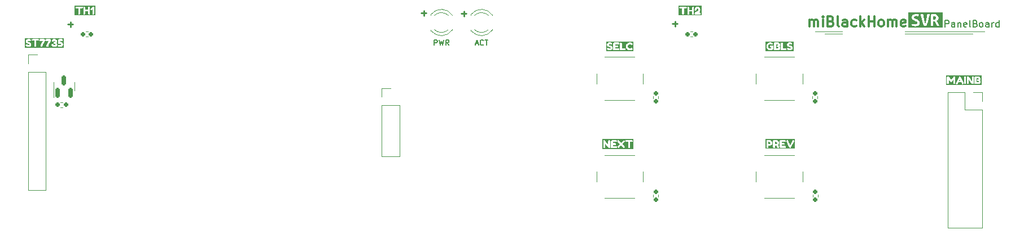
<source format=gto>
G04 #@! TF.GenerationSoftware,KiCad,Pcbnew,(5.99.0-10527-gaaffd0c137)*
G04 #@! TF.CreationDate,2021-08-05T16:46:22-04:00*
G04 #@! TF.ProjectId,miBlackSVR_Top,6d69426c-6163-46b5-9356-525f546f702e,rev?*
G04 #@! TF.SameCoordinates,Original*
G04 #@! TF.FileFunction,Legend,Top*
G04 #@! TF.FilePolarity,Positive*
%FSLAX46Y46*%
G04 Gerber Fmt 4.6, Leading zero omitted, Abs format (unit mm)*
G04 Created by KiCad (PCBNEW (5.99.0-10527-gaaffd0c137)) date 2021-08-05 16:46:22*
%MOMM*%
%LPD*%
G01*
G04 APERTURE LIST*
G04 Aperture macros list*
%AMRoundRect*
0 Rectangle with rounded corners*
0 $1 Rounding radius*
0 $2 $3 $4 $5 $6 $7 $8 $9 X,Y pos of 4 corners*
0 Add a 4 corners polygon primitive as box body*
4,1,4,$2,$3,$4,$5,$6,$7,$8,$9,$2,$3,0*
0 Add four circle primitives for the rounded corners*
1,1,$1+$1,$2,$3*
1,1,$1+$1,$4,$5*
1,1,$1+$1,$6,$7*
1,1,$1+$1,$8,$9*
0 Add four rect primitives between the rounded corners*
20,1,$1+$1,$2,$3,$4,$5,0*
20,1,$1+$1,$4,$5,$6,$7,0*
20,1,$1+$1,$6,$7,$8,$9,0*
20,1,$1+$1,$8,$9,$2,$3,0*%
G04 Aperture macros list end*
%ADD10C,0.120000*%
%ADD11C,0.300000*%
%ADD12C,0.250000*%
%ADD13C,0.200000*%
%ADD14C,0.160000*%
%ADD15RoundRect,0.160000X0.160000X-0.197500X0.160000X0.197500X-0.160000X0.197500X-0.160000X-0.197500X0*%
%ADD16RoundRect,0.160000X0.197500X0.160000X-0.197500X0.160000X-0.197500X-0.160000X0.197500X-0.160000X0*%
%ADD17C,2.000000*%
%ADD18C,4.203200*%
%ADD19R,1.800000X1.800000*%
%ADD20C,1.800000*%
%ADD21R,1.700000X1.700000*%
%ADD22O,1.700000X1.700000*%
%ADD23RoundRect,0.150000X0.150000X-0.587500X0.150000X0.587500X-0.150000X0.587500X-0.150000X-0.587500X0*%
%ADD24RoundRect,0.160000X-0.197500X-0.160000X0.197500X-0.160000X0.197500X0.160000X-0.197500X0.160000X0*%
%ADD25R,1.050000X1.500000*%
%ADD26O,1.050000X1.500000*%
G04 APERTURE END LIST*
D10*
X258530000Y-69220000D02*
X270490000Y-69220000D01*
X249160000Y-69220000D02*
X245120000Y-69220000D01*
X258530000Y-69630000D02*
X268750000Y-69630000D01*
X249160000Y-69630000D02*
X246580000Y-69630000D01*
D11*
X244261428Y-68498571D02*
X244261428Y-67498571D01*
X244261428Y-67641428D02*
X244332857Y-67570000D01*
X244475714Y-67498571D01*
X244690000Y-67498571D01*
X244832857Y-67570000D01*
X244904285Y-67712857D01*
X244904285Y-68498571D01*
X244904285Y-67712857D02*
X244975714Y-67570000D01*
X245118571Y-67498571D01*
X245332857Y-67498571D01*
X245475714Y-67570000D01*
X245547142Y-67712857D01*
X245547142Y-68498571D01*
X246261428Y-68498571D02*
X246261428Y-67498571D01*
X246261428Y-66998571D02*
X246190000Y-67070000D01*
X246261428Y-67141428D01*
X246332857Y-67070000D01*
X246261428Y-66998571D01*
X246261428Y-67141428D01*
X247475714Y-67712857D02*
X247690000Y-67784285D01*
X247761428Y-67855714D01*
X247832857Y-67998571D01*
X247832857Y-68212857D01*
X247761428Y-68355714D01*
X247690000Y-68427142D01*
X247547142Y-68498571D01*
X246975714Y-68498571D01*
X246975714Y-66998571D01*
X247475714Y-66998571D01*
X247618571Y-67070000D01*
X247690000Y-67141428D01*
X247761428Y-67284285D01*
X247761428Y-67427142D01*
X247690000Y-67570000D01*
X247618571Y-67641428D01*
X247475714Y-67712857D01*
X246975714Y-67712857D01*
X248690000Y-68498571D02*
X248547142Y-68427142D01*
X248475714Y-68284285D01*
X248475714Y-66998571D01*
X249904285Y-68498571D02*
X249904285Y-67712857D01*
X249832857Y-67570000D01*
X249690000Y-67498571D01*
X249404285Y-67498571D01*
X249261428Y-67570000D01*
X249904285Y-68427142D02*
X249761428Y-68498571D01*
X249404285Y-68498571D01*
X249261428Y-68427142D01*
X249190000Y-68284285D01*
X249190000Y-68141428D01*
X249261428Y-67998571D01*
X249404285Y-67927142D01*
X249761428Y-67927142D01*
X249904285Y-67855714D01*
X251261428Y-68427142D02*
X251118571Y-68498571D01*
X250832857Y-68498571D01*
X250690000Y-68427142D01*
X250618571Y-68355714D01*
X250547142Y-68212857D01*
X250547142Y-67784285D01*
X250618571Y-67641428D01*
X250690000Y-67570000D01*
X250832857Y-67498571D01*
X251118571Y-67498571D01*
X251261428Y-67570000D01*
X251904285Y-68498571D02*
X251904285Y-66998571D01*
X252047142Y-67927142D02*
X252475714Y-68498571D01*
X252475714Y-67498571D02*
X251904285Y-68070000D01*
X253118571Y-68498571D02*
X253118571Y-66998571D01*
X253118571Y-67712857D02*
X253975714Y-67712857D01*
X253975714Y-68498571D02*
X253975714Y-66998571D01*
X254904285Y-68498571D02*
X254761428Y-68427142D01*
X254690000Y-68355714D01*
X254618571Y-68212857D01*
X254618571Y-67784285D01*
X254690000Y-67641428D01*
X254761428Y-67570000D01*
X254904285Y-67498571D01*
X255118571Y-67498571D01*
X255261428Y-67570000D01*
X255332857Y-67641428D01*
X255404285Y-67784285D01*
X255404285Y-68212857D01*
X255332857Y-68355714D01*
X255261428Y-68427142D01*
X255118571Y-68498571D01*
X254904285Y-68498571D01*
X256047142Y-68498571D02*
X256047142Y-67498571D01*
X256047142Y-67641428D02*
X256118571Y-67570000D01*
X256261428Y-67498571D01*
X256475714Y-67498571D01*
X256618571Y-67570000D01*
X256690000Y-67712857D01*
X256690000Y-68498571D01*
X256690000Y-67712857D02*
X256761428Y-67570000D01*
X256904285Y-67498571D01*
X257118571Y-67498571D01*
X257261428Y-67570000D01*
X257332857Y-67712857D01*
X257332857Y-68498571D01*
X258618571Y-68427142D02*
X258475714Y-68498571D01*
X258190000Y-68498571D01*
X258047142Y-68427142D01*
X257975714Y-68284285D01*
X257975714Y-67712857D01*
X258047142Y-67570000D01*
X258190000Y-67498571D01*
X258475714Y-67498571D01*
X258618571Y-67570000D01*
X258690000Y-67712857D01*
X258690000Y-67855714D01*
X257975714Y-67998571D01*
D12*
X224480952Y-68071428D02*
X223719047Y-68071428D01*
X224100000Y-68452380D02*
X224100000Y-67690476D01*
X186780952Y-66471428D02*
X186019047Y-66471428D01*
X186400000Y-66852380D02*
X186400000Y-66090476D01*
X192780952Y-66571428D02*
X192019047Y-66571428D01*
X192400000Y-66952380D02*
X192400000Y-66190476D01*
D13*
X264616190Y-68572380D02*
X264616190Y-67572380D01*
X264997142Y-67572380D01*
X265092380Y-67620000D01*
X265140000Y-67667619D01*
X265187619Y-67762857D01*
X265187619Y-67905714D01*
X265140000Y-68000952D01*
X265092380Y-68048571D01*
X264997142Y-68096190D01*
X264616190Y-68096190D01*
X266044761Y-68572380D02*
X266044761Y-68048571D01*
X265997142Y-67953333D01*
X265901904Y-67905714D01*
X265711428Y-67905714D01*
X265616190Y-67953333D01*
X266044761Y-68524761D02*
X265949523Y-68572380D01*
X265711428Y-68572380D01*
X265616190Y-68524761D01*
X265568571Y-68429523D01*
X265568571Y-68334285D01*
X265616190Y-68239047D01*
X265711428Y-68191428D01*
X265949523Y-68191428D01*
X266044761Y-68143809D01*
X266520952Y-67905714D02*
X266520952Y-68572380D01*
X266520952Y-68000952D02*
X266568571Y-67953333D01*
X266663809Y-67905714D01*
X266806666Y-67905714D01*
X266901904Y-67953333D01*
X266949523Y-68048571D01*
X266949523Y-68572380D01*
X267806666Y-68524761D02*
X267711428Y-68572380D01*
X267520952Y-68572380D01*
X267425714Y-68524761D01*
X267378095Y-68429523D01*
X267378095Y-68048571D01*
X267425714Y-67953333D01*
X267520952Y-67905714D01*
X267711428Y-67905714D01*
X267806666Y-67953333D01*
X267854285Y-68048571D01*
X267854285Y-68143809D01*
X267378095Y-68239047D01*
X268425714Y-68572380D02*
X268330476Y-68524761D01*
X268282857Y-68429523D01*
X268282857Y-67572380D01*
X269140000Y-68048571D02*
X269282857Y-68096190D01*
X269330476Y-68143809D01*
X269378095Y-68239047D01*
X269378095Y-68381904D01*
X269330476Y-68477142D01*
X269282857Y-68524761D01*
X269187619Y-68572380D01*
X268806666Y-68572380D01*
X268806666Y-67572380D01*
X269140000Y-67572380D01*
X269235238Y-67620000D01*
X269282857Y-67667619D01*
X269330476Y-67762857D01*
X269330476Y-67858095D01*
X269282857Y-67953333D01*
X269235238Y-68000952D01*
X269140000Y-68048571D01*
X268806666Y-68048571D01*
X269949523Y-68572380D02*
X269854285Y-68524761D01*
X269806666Y-68477142D01*
X269759047Y-68381904D01*
X269759047Y-68096190D01*
X269806666Y-68000952D01*
X269854285Y-67953333D01*
X269949523Y-67905714D01*
X270092380Y-67905714D01*
X270187619Y-67953333D01*
X270235238Y-68000952D01*
X270282857Y-68096190D01*
X270282857Y-68381904D01*
X270235238Y-68477142D01*
X270187619Y-68524761D01*
X270092380Y-68572380D01*
X269949523Y-68572380D01*
X271140000Y-68572380D02*
X271140000Y-68048571D01*
X271092380Y-67953333D01*
X270997142Y-67905714D01*
X270806666Y-67905714D01*
X270711428Y-67953333D01*
X271140000Y-68524761D02*
X271044761Y-68572380D01*
X270806666Y-68572380D01*
X270711428Y-68524761D01*
X270663809Y-68429523D01*
X270663809Y-68334285D01*
X270711428Y-68239047D01*
X270806666Y-68191428D01*
X271044761Y-68191428D01*
X271140000Y-68143809D01*
X271616190Y-68572380D02*
X271616190Y-67905714D01*
X271616190Y-68096190D02*
X271663809Y-68000952D01*
X271711428Y-67953333D01*
X271806666Y-67905714D01*
X271901904Y-67905714D01*
X272663809Y-68572380D02*
X272663809Y-67572380D01*
X272663809Y-68524761D02*
X272568571Y-68572380D01*
X272378095Y-68572380D01*
X272282857Y-68524761D01*
X272235238Y-68477142D01*
X272187619Y-68381904D01*
X272187619Y-68096190D01*
X272235238Y-68000952D01*
X272282857Y-67953333D01*
X272378095Y-67905714D01*
X272568571Y-67905714D01*
X272663809Y-67953333D01*
D12*
X133780952Y-68161428D02*
X133019047Y-68161428D01*
X133400000Y-68542380D02*
X133400000Y-67780476D01*
D14*
X187983333Y-71291904D02*
X187983333Y-70491904D01*
X188288095Y-70491904D01*
X188364285Y-70530000D01*
X188402380Y-70568095D01*
X188440476Y-70644285D01*
X188440476Y-70758571D01*
X188402380Y-70834761D01*
X188364285Y-70872857D01*
X188288095Y-70910952D01*
X187983333Y-70910952D01*
X188707142Y-70491904D02*
X188897619Y-71291904D01*
X189050000Y-70720476D01*
X189202380Y-71291904D01*
X189392857Y-70491904D01*
X190154761Y-71291904D02*
X189888095Y-70910952D01*
X189697619Y-71291904D02*
X189697619Y-70491904D01*
X190002380Y-70491904D01*
X190078571Y-70530000D01*
X190116666Y-70568095D01*
X190154761Y-70644285D01*
X190154761Y-70758571D01*
X190116666Y-70834761D01*
X190078571Y-70872857D01*
X190002380Y-70910952D01*
X189697619Y-70910952D01*
X194167261Y-71063333D02*
X194548214Y-71063333D01*
X194091071Y-71291904D02*
X194357738Y-70491904D01*
X194624404Y-71291904D01*
X195348214Y-71215714D02*
X195310119Y-71253809D01*
X195195833Y-71291904D01*
X195119642Y-71291904D01*
X195005357Y-71253809D01*
X194929166Y-71177619D01*
X194891071Y-71101428D01*
X194852976Y-70949047D01*
X194852976Y-70834761D01*
X194891071Y-70682380D01*
X194929166Y-70606190D01*
X195005357Y-70530000D01*
X195119642Y-70491904D01*
X195195833Y-70491904D01*
X195310119Y-70530000D01*
X195348214Y-70568095D01*
X195576785Y-70491904D02*
X196033928Y-70491904D01*
X195805357Y-71291904D02*
X195805357Y-70491904D01*
D10*
X220810000Y-79327621D02*
X220810000Y-78992379D01*
X221570000Y-79327621D02*
X221570000Y-78992379D01*
G36*
X213196764Y-85442871D02*
G01*
X217866660Y-85442871D01*
X217866660Y-86917129D01*
X213196764Y-86917129D01*
X213196764Y-85741850D01*
X213329056Y-85741850D01*
X213329056Y-86627675D01*
X213331437Y-86683238D01*
X213346518Y-86726100D01*
X213387793Y-86758247D01*
X213467168Y-86768963D01*
X213548924Y-86758247D01*
X213590993Y-86726100D01*
X213606074Y-86684825D01*
X213608456Y-86629263D01*
X213608456Y-86106975D01*
X213652818Y-86164831D01*
X213710761Y-86241031D01*
X213782287Y-86335575D01*
X213867395Y-86448464D01*
X213966084Y-86579697D01*
X214078356Y-86729275D01*
X214118043Y-86759438D01*
X214203768Y-86768963D01*
X214285524Y-86758247D01*
X214327593Y-86726100D01*
X214342674Y-86684825D01*
X214345056Y-86629263D01*
X214345056Y-85748200D01*
X214344682Y-85745025D01*
X214472056Y-85745025D01*
X214472056Y-86627675D01*
X214481581Y-86708638D01*
X214523649Y-86753881D01*
X214611756Y-86768963D01*
X215240406Y-86768963D01*
X215322956Y-86759438D01*
X215367009Y-86717369D01*
X215381164Y-86632438D01*
X215445193Y-86632438D01*
X215507899Y-86728481D01*
X215611087Y-86784838D01*
X215708718Y-86721338D01*
X216010343Y-86375263D01*
X216311968Y-86721338D01*
X216409600Y-86784838D01*
X216512787Y-86729275D01*
X216573906Y-86632438D01*
X216519931Y-86530838D01*
X216200843Y-86180000D01*
X216519931Y-85829162D01*
X216573906Y-85729150D01*
X216566916Y-85718037D01*
X216621531Y-85718037D01*
X216629468Y-85784712D01*
X216661218Y-85822019D01*
X216735831Y-85833925D01*
X217040631Y-85833925D01*
X217040631Y-86630850D01*
X217043012Y-86685619D01*
X217057300Y-86726894D01*
X217098575Y-86759438D01*
X217177156Y-86768963D01*
X217256531Y-86759438D01*
X217298600Y-86726894D01*
X217312887Y-86686413D01*
X217315268Y-86632438D01*
X217315268Y-85833925D01*
X217618481Y-85833925D01*
X217699443Y-85819637D01*
X217726431Y-85785506D01*
X217734368Y-85719625D01*
X217726431Y-85652950D01*
X217694681Y-85615644D01*
X217620068Y-85603737D01*
X216737418Y-85603737D01*
X216656456Y-85618025D01*
X216629468Y-85652156D01*
X216621531Y-85718037D01*
X216566916Y-85718037D01*
X216511993Y-85630725D01*
X216409600Y-85575162D01*
X216311968Y-85638662D01*
X216010343Y-85984737D01*
X215708718Y-85638662D01*
X215611087Y-85575162D01*
X215507106Y-85631519D01*
X215445193Y-85729150D01*
X215500756Y-85829162D01*
X215819843Y-86180000D01*
X215500756Y-86530838D01*
X215445193Y-86632438D01*
X215381164Y-86632438D01*
X215381693Y-86629263D01*
X215370978Y-86547506D01*
X215338831Y-86505438D01*
X215296762Y-86490356D01*
X215241993Y-86487975D01*
X214753043Y-86487975D01*
X214753043Y-86327638D01*
X215064193Y-86327638D01*
X215146743Y-86318113D01*
X215191987Y-86276044D01*
X215207068Y-86187938D01*
X215196353Y-86106181D01*
X215164206Y-86064112D01*
X215122137Y-86049031D01*
X215067368Y-86046650D01*
X214753043Y-86046650D01*
X214753043Y-85886312D01*
X215240406Y-85886312D01*
X215322956Y-85876787D01*
X215367009Y-85834719D01*
X215381693Y-85746612D01*
X215370978Y-85664856D01*
X215338831Y-85622787D01*
X215296762Y-85607706D01*
X215241993Y-85605325D01*
X214616518Y-85605325D01*
X214502218Y-85634694D01*
X214472056Y-85745025D01*
X214344682Y-85745025D01*
X214335531Y-85667237D01*
X214315687Y-85633900D01*
X214274412Y-85614850D01*
X214201387Y-85606912D01*
X214125981Y-85616437D01*
X214080737Y-85653744D01*
X214065656Y-85741850D01*
X214065656Y-86278425D01*
X214021911Y-86221143D01*
X213965820Y-86146662D01*
X213897381Y-86054984D01*
X213816595Y-85946108D01*
X213723461Y-85820034D01*
X213617981Y-85676762D01*
X213581468Y-85635487D01*
X213542574Y-85615644D01*
X213467168Y-85606912D01*
X213389381Y-85616437D01*
X213344137Y-85653744D01*
X213329056Y-85741850D01*
X213196764Y-85741850D01*
X213196764Y-85442871D01*
G37*
X136017621Y-70040000D02*
X135682379Y-70040000D01*
X136017621Y-69280000D02*
X135682379Y-69280000D01*
X242000000Y-87850000D02*
X237500000Y-87850000D01*
X243250000Y-91850000D02*
X243250000Y-90350000D01*
X236250000Y-90350000D02*
X236250000Y-91850000D01*
X237500000Y-94350000D02*
X242000000Y-94350000D01*
G36*
X134023246Y-65375571D02*
G01*
X137116754Y-65375571D01*
X137116754Y-66808555D01*
X134023246Y-66808555D01*
X134023246Y-65622163D01*
X134155537Y-65622163D01*
X134163475Y-65688838D01*
X134195225Y-65726144D01*
X134269837Y-65738050D01*
X134574637Y-65738050D01*
X134574637Y-66534976D01*
X134577019Y-66589744D01*
X134591306Y-66631019D01*
X134632581Y-66663563D01*
X134711162Y-66673088D01*
X134790537Y-66663563D01*
X134832606Y-66631019D01*
X134846894Y-66590538D01*
X134849275Y-66536563D01*
X134849275Y-65738050D01*
X135152487Y-65738050D01*
X135233450Y-65723763D01*
X135260437Y-65689632D01*
X135265315Y-65649150D01*
X135355687Y-65649150D01*
X135355687Y-66530213D01*
X135365212Y-66612763D01*
X135407281Y-66656816D01*
X135495387Y-66671501D01*
X135577144Y-66660785D01*
X135619213Y-66628638D01*
X135634294Y-66586569D01*
X135636675Y-66531801D01*
X135636675Y-66207951D01*
X136057363Y-66207951D01*
X136057363Y-66530213D01*
X136066888Y-66612763D01*
X136108956Y-66656816D01*
X136197063Y-66671501D01*
X136278819Y-66660785D01*
X136320888Y-66628638D01*
X136335969Y-66586569D01*
X136338350Y-66531801D01*
X136338350Y-65880925D01*
X136425663Y-65880925D01*
X136475669Y-65979350D01*
X136571713Y-66034913D01*
X136682838Y-65985700D01*
X136703475Y-65966650D01*
X136703475Y-66533388D01*
X136705856Y-66591332D01*
X136720938Y-66634988D01*
X136763403Y-66665944D01*
X136843175Y-66676263D01*
X136924931Y-66665547D01*
X136967000Y-66633401D01*
X136982081Y-66591332D01*
X136984463Y-66536563D01*
X136984463Y-65652325D01*
X136976525Y-65568188D01*
X136954300Y-65534057D01*
X136913025Y-65515800D01*
X136837619Y-65507863D01*
X136747925Y-65549138D01*
X136743163Y-65552313D01*
X136482813Y-65787263D01*
X136425663Y-65880925D01*
X136338350Y-65880925D01*
X136338350Y-65650738D01*
X136330413Y-65568188D01*
X136308188Y-65536438D01*
X136266913Y-65517388D01*
X136193888Y-65509450D01*
X136117688Y-65518975D01*
X136074825Y-65552313D01*
X136059744Y-65594382D01*
X136057363Y-65649150D01*
X136057363Y-65974588D01*
X135636675Y-65974588D01*
X135636675Y-65650738D01*
X135628738Y-65568188D01*
X135585478Y-65524135D01*
X135496975Y-65509450D01*
X135415219Y-65520166D01*
X135373150Y-65552313D01*
X135358069Y-65594382D01*
X135355687Y-65649150D01*
X135265315Y-65649150D01*
X135268375Y-65623750D01*
X135260437Y-65557075D01*
X135228687Y-65519769D01*
X135154075Y-65507863D01*
X134271425Y-65507863D01*
X134190462Y-65522150D01*
X134163475Y-65556282D01*
X134155537Y-65622163D01*
X134023246Y-65622163D01*
X134023246Y-65375571D01*
G37*
X187485000Y-66664000D02*
X187485000Y-66820000D01*
X187485000Y-68980000D02*
X187485000Y-69136000D01*
X190717335Y-66821392D02*
G75*
G03*
X187485000Y-66664484I-1672335J-1078608D01*
G01*
X190086130Y-68979837D02*
G75*
G02*
X188004039Y-68980000I-1041130J1079837D01*
G01*
X190086130Y-66820163D02*
G75*
G03*
X188004039Y-66820000I-1041130J-1079837D01*
G01*
X190717335Y-68978608D02*
G75*
G02*
X187485000Y-69135516I-1672335J1078608D01*
G01*
X180120000Y-79110000D02*
X180120000Y-77780000D01*
X182780000Y-80380000D02*
X182780000Y-88060000D01*
X180120000Y-88060000D02*
X182780000Y-88060000D01*
X180120000Y-77780000D02*
X181450000Y-77780000D01*
X180120000Y-80380000D02*
X180120000Y-88060000D01*
X180120000Y-80380000D02*
X182780000Y-80380000D01*
G36*
X228056935Y-66824429D02*
G01*
X224603065Y-66824429D01*
X224603065Y-65638037D01*
X224735356Y-65638037D01*
X224743294Y-65704712D01*
X224775044Y-65742019D01*
X224849656Y-65753925D01*
X225154456Y-65753925D01*
X225154456Y-66550850D01*
X225156837Y-66605619D01*
X225171125Y-66646894D01*
X225212400Y-66679438D01*
X225290981Y-66688963D01*
X225370356Y-66679438D01*
X225412425Y-66646894D01*
X225426712Y-66606413D01*
X225429094Y-66552438D01*
X225429094Y-65753925D01*
X225732306Y-65753925D01*
X225813269Y-65739637D01*
X225840256Y-65705506D01*
X225845134Y-65665025D01*
X225935506Y-65665025D01*
X225935506Y-66546088D01*
X225945031Y-66628638D01*
X225987100Y-66672691D01*
X226075206Y-66687375D01*
X226156962Y-66676659D01*
X226199031Y-66644513D01*
X226214112Y-66602444D01*
X226216494Y-66547675D01*
X226216494Y-66223825D01*
X226637181Y-66223825D01*
X226637181Y-66546088D01*
X226646706Y-66628638D01*
X226688775Y-66672691D01*
X226776881Y-66687375D01*
X226858638Y-66676659D01*
X226900706Y-66644513D01*
X226915788Y-66602444D01*
X226918169Y-66547675D01*
X226918169Y-65934900D01*
X227021356Y-65934900D01*
X227029294Y-66015862D01*
X227072553Y-66061106D01*
X227161056Y-66076187D01*
X227242019Y-66066662D01*
X227284881Y-66038087D01*
X227299963Y-65998400D01*
X227302344Y-65946012D01*
X227302344Y-65936487D01*
X227308694Y-65899975D01*
X227350763Y-65826156D01*
X227438869Y-65788850D01*
X227518244Y-65803137D01*
X227560313Y-65834094D01*
X227584919Y-65876956D01*
X227596031Y-65917437D01*
X227581148Y-65986891D01*
X227536500Y-66052375D01*
X227470817Y-66112502D01*
X227392831Y-66165881D01*
X227308694Y-66216284D01*
X227224556Y-66267481D01*
X227146570Y-66324234D01*
X227080888Y-66391306D01*
X227036239Y-66466911D01*
X227021356Y-66549263D01*
X227062631Y-66649275D01*
X227161056Y-66692138D01*
X227781769Y-66692138D01*
X227880194Y-66673088D01*
X227914325Y-66631813D01*
X227924644Y-66551644D01*
X227915119Y-66470681D01*
X227877813Y-66424644D01*
X227784944Y-66409563D01*
X227494431Y-66409563D01*
X227494431Y-66401625D01*
X227534119Y-66385750D01*
X227632544Y-66332172D01*
X227743669Y-66244463D01*
X227795263Y-66187313D01*
X227838919Y-66114288D01*
X227868684Y-66030944D01*
X227878606Y-65942837D01*
X227865377Y-65833741D01*
X227825690Y-65732935D01*
X227759544Y-65640419D01*
X227672143Y-65566776D01*
X227568691Y-65522591D01*
X227449188Y-65507862D01*
X227329772Y-65522415D01*
X227226585Y-65566071D01*
X227139625Y-65638831D01*
X227073920Y-65729936D01*
X227034497Y-65828626D01*
X227021356Y-65934900D01*
X226918169Y-65934900D01*
X226918169Y-65666612D01*
X226910231Y-65584062D01*
X226888006Y-65552312D01*
X226846731Y-65533262D01*
X226773706Y-65525325D01*
X226697506Y-65534850D01*
X226654644Y-65568187D01*
X226639563Y-65610256D01*
X226637181Y-65665025D01*
X226637181Y-65990462D01*
X226216494Y-65990462D01*
X226216494Y-65666612D01*
X226208556Y-65584062D01*
X226165297Y-65540009D01*
X226076794Y-65525325D01*
X225995037Y-65536041D01*
X225952969Y-65568187D01*
X225937887Y-65610256D01*
X225935506Y-65665025D01*
X225845134Y-65665025D01*
X225848194Y-65639625D01*
X225840256Y-65572950D01*
X225808506Y-65535644D01*
X225733894Y-65523737D01*
X224851244Y-65523737D01*
X224770281Y-65538025D01*
X224743294Y-65572156D01*
X224735356Y-65638037D01*
X224603065Y-65638037D01*
X224603065Y-65375571D01*
X228056935Y-65375571D01*
X228056935Y-66824429D01*
G37*
X134010000Y-77520000D02*
X134010000Y-78170000D01*
X134010000Y-77520000D02*
X134010000Y-76870000D01*
X130890000Y-77520000D02*
X130890000Y-76870000D01*
X130890000Y-77520000D02*
X130890000Y-79195000D01*
X219300000Y-77100000D02*
X219300000Y-75600000D01*
X212300000Y-75600000D02*
X212300000Y-77100000D01*
X218050000Y-73100000D02*
X213550000Y-73100000D01*
X213550000Y-79600000D02*
X218050000Y-79600000D01*
G36*
X266895969Y-76672075D02*
G01*
X266684831Y-76672075D01*
X266789606Y-76454587D01*
X266895969Y-76672075D01*
G37*
G36*
X269593925Y-76286312D02*
G01*
X269620119Y-76341875D01*
X269615356Y-76399025D01*
X269539156Y-76432362D01*
X269441525Y-76454587D01*
X269412156Y-76545869D01*
X269440731Y-76637150D01*
X269526456Y-76659375D01*
X269615356Y-76672075D01*
X269644725Y-76703825D01*
X269653456Y-76764150D01*
X269628453Y-76845113D01*
X269553444Y-76872100D01*
X269293094Y-76872100D01*
X269293094Y-76270437D01*
X269515344Y-76270437D01*
X269593925Y-76286312D01*
G37*
G36*
X264733265Y-75857158D02*
G01*
X270066735Y-75857158D01*
X270066735Y-77302842D01*
X264733265Y-77302842D01*
X264733265Y-76130737D01*
X264865556Y-76130737D01*
X264865556Y-77011800D01*
X264867937Y-77068950D01*
X264883019Y-77110225D01*
X264925087Y-77142372D01*
X265003669Y-77153088D01*
X265084631Y-77142372D01*
X265127494Y-77110225D01*
X265142575Y-77069744D01*
X265144956Y-77014975D01*
X265144956Y-76479987D01*
X265174325Y-76519477D01*
X265246556Y-76618894D01*
X265324741Y-76725852D01*
X265371969Y-76787963D01*
X265384669Y-76805425D01*
X265426737Y-76837969D01*
X265491825Y-76854638D01*
X265558500Y-76836381D01*
X265597394Y-76807806D01*
X265625969Y-76770500D01*
X265660497Y-76723470D01*
X265722806Y-76636356D01*
X265789878Y-76543686D01*
X265838694Y-76479987D01*
X265838694Y-77011800D01*
X265846631Y-77094350D01*
X265868856Y-77126100D01*
X265910131Y-77145150D01*
X265983156Y-77153088D01*
X266059356Y-77143563D01*
X266104600Y-77101891D01*
X266115274Y-77040375D01*
X266206994Y-77040375D01*
X266230012Y-77094350D01*
X266299069Y-77141975D01*
X266384000Y-77168963D01*
X266434800Y-77153881D01*
X266463375Y-77124513D01*
X266487981Y-77078475D01*
X266570531Y-76907025D01*
X267010269Y-76907025D01*
X267092819Y-77078475D01*
X267117425Y-77126100D01*
X267146000Y-77156263D01*
X267196800Y-77170550D01*
X267281731Y-77143563D01*
X267350787Y-77094747D01*
X267373806Y-77040375D01*
X267346819Y-76959413D01*
X266945847Y-76130737D01*
X267461119Y-76130737D01*
X267461119Y-77013388D01*
X267470644Y-77094350D01*
X267512713Y-77139594D01*
X267600819Y-77154675D01*
X267682575Y-77143959D01*
X267724644Y-77111813D01*
X267739725Y-77070538D01*
X267742106Y-77014975D01*
X267742106Y-76132325D01*
X267741648Y-76127562D01*
X267869106Y-76127562D01*
X267869106Y-77013388D01*
X267871488Y-77068950D01*
X267886569Y-77111813D01*
X267927844Y-77143959D01*
X268007219Y-77154675D01*
X268088975Y-77143959D01*
X268131044Y-77111813D01*
X268146125Y-77070538D01*
X268148506Y-77014975D01*
X268148506Y-76492687D01*
X268192868Y-76550543D01*
X268250812Y-76626743D01*
X268322338Y-76721288D01*
X268407445Y-76834176D01*
X268506135Y-76965410D01*
X268618406Y-77114988D01*
X268658094Y-77145150D01*
X268743819Y-77154675D01*
X268825575Y-77143959D01*
X268867644Y-77111813D01*
X268882725Y-77070538D01*
X268885106Y-77014975D01*
X268885106Y-76133912D01*
X268884546Y-76129150D01*
X269012106Y-76129150D01*
X269012106Y-77010213D01*
X269021631Y-77092763D01*
X269063700Y-77138006D01*
X269151806Y-77153088D01*
X269569319Y-77153088D01*
X269664833Y-77141181D01*
X269750294Y-77105463D01*
X269825700Y-77045931D01*
X269884702Y-76968761D01*
X269920950Y-76880126D01*
X269934444Y-76780025D01*
X269924037Y-76690949D01*
X269892816Y-76607869D01*
X269840781Y-76530787D01*
X269886025Y-76439109D01*
X269901106Y-76338700D01*
X269889641Y-76246978D01*
X269855245Y-76164428D01*
X269797919Y-76091050D01*
X269727010Y-76034606D01*
X269645519Y-76000739D01*
X269553444Y-75989450D01*
X269153394Y-75989450D01*
X269071638Y-76000166D01*
X269029569Y-76032312D01*
X269014488Y-76073587D01*
X269012106Y-76129150D01*
X268884546Y-76129150D01*
X268875581Y-76052950D01*
X268855738Y-76019612D01*
X268814463Y-76000562D01*
X268741438Y-75992625D01*
X268666031Y-76002150D01*
X268620788Y-76039456D01*
X268605706Y-76127562D01*
X268605706Y-76664138D01*
X268561962Y-76606855D01*
X268505870Y-76532375D01*
X268437431Y-76440697D01*
X268356645Y-76331821D01*
X268263512Y-76205747D01*
X268158031Y-76062475D01*
X268121519Y-76021200D01*
X268082625Y-76001356D01*
X268007219Y-75992625D01*
X267929431Y-76002150D01*
X267884188Y-76039456D01*
X267869106Y-76127562D01*
X267741648Y-76127562D01*
X267734169Y-76049775D01*
X267690909Y-76005722D01*
X267602406Y-75991037D01*
X267520650Y-76001753D01*
X267478581Y-76033900D01*
X267463500Y-76075969D01*
X267461119Y-76130737D01*
X266945847Y-76130737D01*
X266918194Y-76073587D01*
X266865806Y-76011675D01*
X266791194Y-75991037D01*
X266715787Y-76013262D01*
X266662606Y-76072000D01*
X266233981Y-76959413D01*
X266206994Y-77040375D01*
X266115274Y-77040375D01*
X266119681Y-77014975D01*
X266119681Y-76133912D01*
X266117300Y-76078350D01*
X266102219Y-76035487D01*
X266060348Y-76003341D01*
X265979187Y-75992625D01*
X265896836Y-76003341D01*
X265851394Y-76035487D01*
X265808023Y-76090923D01*
X265750302Y-76165789D01*
X265678229Y-76260087D01*
X265591806Y-76373815D01*
X265491031Y-76506975D01*
X265130669Y-76033900D01*
X265121144Y-76024375D01*
X265080662Y-76002944D01*
X265006844Y-75992625D01*
X264925881Y-76002944D01*
X264883019Y-76033900D01*
X264867937Y-76075969D01*
X264865556Y-76130737D01*
X264733265Y-76130737D01*
X264733265Y-75857158D01*
G37*
X244700000Y-79357621D02*
X244700000Y-79022379D01*
X245460000Y-79357621D02*
X245460000Y-79022379D01*
X226717621Y-70040000D02*
X226382379Y-70040000D01*
X226717621Y-69280000D02*
X226382379Y-69280000D01*
X127070000Y-93145000D02*
X129730000Y-93145000D01*
X129730000Y-75305000D02*
X129730000Y-93145000D01*
X127070000Y-75305000D02*
X129730000Y-75305000D01*
X127070000Y-75305000D02*
X127070000Y-93145000D01*
X127070000Y-72705000D02*
X128400000Y-72705000D01*
X127070000Y-74035000D02*
X127070000Y-72705000D01*
X213550000Y-94350000D02*
X218050000Y-94350000D01*
X212300000Y-90350000D02*
X212300000Y-91850000D01*
X219300000Y-91850000D02*
X219300000Y-90350000D01*
X218050000Y-87850000D02*
X213550000Y-87850000D01*
X236250000Y-75600000D02*
X236250000Y-77100000D01*
X242000000Y-73100000D02*
X237500000Y-73100000D01*
X243250000Y-77100000D02*
X243250000Y-75600000D01*
X237500000Y-79600000D02*
X242000000Y-79600000D01*
X131942379Y-79880000D02*
X132277621Y-79880000D01*
X131942379Y-80640000D02*
X132277621Y-80640000D01*
G36*
X239361062Y-85901393D02*
G01*
X239407099Y-86006962D01*
X239361062Y-86111737D01*
X239268987Y-86146662D01*
X239065787Y-86146662D01*
X239065787Y-85865675D01*
X239265812Y-85865675D01*
X239361062Y-85901393D01*
G37*
G36*
X237649208Y-85442871D02*
G01*
X242087328Y-85442871D01*
X242087328Y-86890141D01*
X237649208Y-86890141D01*
X237649208Y-85724387D01*
X237781499Y-85724387D01*
X237781499Y-86605450D01*
X237791024Y-86688000D01*
X237833093Y-86732053D01*
X237921199Y-86746737D01*
X238002955Y-86736022D01*
X238045024Y-86703875D01*
X238060105Y-86661806D01*
X238062487Y-86607037D01*
X238062487Y-86427650D01*
X238260924Y-86427650D01*
X238354058Y-86416361D01*
X238445074Y-86382494D01*
X238533974Y-86326050D01*
X238593109Y-86268304D01*
X238640337Y-86193494D01*
X238671293Y-86105189D01*
X238681612Y-86006962D01*
X238671293Y-85908537D01*
X238640337Y-85819637D01*
X238593109Y-85744231D01*
X238572857Y-85724387D01*
X238784799Y-85724387D01*
X238784799Y-86605450D01*
X238794324Y-86688000D01*
X238836393Y-86732053D01*
X238924499Y-86746737D01*
X239006255Y-86736022D01*
X239048324Y-86703875D01*
X239063405Y-86661806D01*
X239065787Y-86607037D01*
X239065787Y-86427650D01*
X239265812Y-86427650D01*
X239315024Y-86424475D01*
X239376760Y-86570701D01*
X239418035Y-86666480D01*
X239438849Y-86711812D01*
X239468218Y-86742769D01*
X239519018Y-86757850D01*
X239600774Y-86735625D01*
X239674593Y-86689587D01*
X239699199Y-86634025D01*
X239675387Y-86551475D01*
X239630937Y-86450404D01*
X239594953Y-86367325D01*
X239567437Y-86302237D01*
X239633583Y-86217923D01*
X239673270Y-86119498D01*
X239686499Y-86006962D01*
X239676180Y-85908537D01*
X239645224Y-85819637D01*
X239598393Y-85744231D01*
X239578549Y-85724387D01*
X239786512Y-85724387D01*
X239786512Y-86607037D01*
X239796037Y-86688000D01*
X239838105Y-86733244D01*
X239926212Y-86748325D01*
X240554862Y-86748325D01*
X240637412Y-86738800D01*
X240681465Y-86696731D01*
X240696149Y-86608625D01*
X240685434Y-86526869D01*
X240653287Y-86484800D01*
X240611218Y-86469719D01*
X240556449Y-86467337D01*
X240067499Y-86467337D01*
X240067499Y-86307000D01*
X240378649Y-86307000D01*
X240461199Y-86297475D01*
X240506443Y-86255406D01*
X240521524Y-86167300D01*
X240510809Y-86085543D01*
X240478662Y-86043475D01*
X240436593Y-86028393D01*
X240381824Y-86026012D01*
X240067499Y-86026012D01*
X240067499Y-85865675D01*
X240554862Y-85865675D01*
X240637412Y-85856150D01*
X240681465Y-85814081D01*
X240696149Y-85725975D01*
X240693236Y-85703750D01*
X240759649Y-85703750D01*
X240783462Y-85779950D01*
X241221612Y-86668950D01*
X241274793Y-86725306D01*
X241350199Y-86746737D01*
X241366074Y-86746737D01*
X241439893Y-86725306D01*
X241493074Y-86668950D01*
X241931224Y-85779950D01*
X241955037Y-85703750D01*
X241931621Y-85650568D01*
X241861374Y-85602150D01*
X241767712Y-85575162D01*
X241697862Y-85618025D01*
X241675637Y-85665650D01*
X241358137Y-86360975D01*
X241340873Y-86324264D01*
X241301781Y-86239531D01*
X241250187Y-86127414D01*
X241195418Y-86008550D01*
X241140848Y-85889686D01*
X241089849Y-85777568D01*
X241049963Y-85690256D01*
X241028731Y-85645806D01*
X241002537Y-85603737D01*
X240975549Y-85581512D01*
X240933481Y-85575162D01*
X240853312Y-85602150D01*
X240783065Y-85650568D01*
X240759649Y-85703750D01*
X240693236Y-85703750D01*
X240685434Y-85644218D01*
X240653287Y-85602150D01*
X240611218Y-85587068D01*
X240556449Y-85584687D01*
X239930974Y-85584687D01*
X239816674Y-85614056D01*
X239786512Y-85724387D01*
X239578549Y-85724387D01*
X239540449Y-85686287D01*
X239451726Y-85629843D01*
X239361238Y-85595976D01*
X239268987Y-85584687D01*
X238926087Y-85584687D01*
X238844330Y-85595403D01*
X238802262Y-85627550D01*
X238787180Y-85669618D01*
X238784799Y-85724387D01*
X238572857Y-85724387D01*
X238533974Y-85686287D01*
X238445251Y-85629843D01*
X238354763Y-85595976D01*
X238262512Y-85584687D01*
X237922787Y-85584687D01*
X237841030Y-85595403D01*
X237798962Y-85627550D01*
X237783880Y-85669618D01*
X237781499Y-85724387D01*
X237649208Y-85724387D01*
X237649208Y-85442871D01*
G37*
G36*
X238356174Y-85901393D02*
G01*
X238402212Y-86006962D01*
X238356174Y-86111737D01*
X238262512Y-86146662D01*
X238062487Y-86146662D01*
X238062487Y-85865675D01*
X238260924Y-85865675D01*
X238356174Y-85901393D01*
G37*
X245490000Y-94137621D02*
X245490000Y-93802379D01*
X244730000Y-94137621D02*
X244730000Y-93802379D01*
X221570000Y-94137621D02*
X221570000Y-93802379D01*
X220810000Y-94137621D02*
X220810000Y-93802379D01*
G36*
X126560533Y-70235252D02*
G01*
X132419467Y-70235252D01*
X132419467Y-71704748D01*
X126560533Y-71704748D01*
X126560533Y-71295438D01*
X126692825Y-71295438D01*
X126734100Y-71386719D01*
X126748387Y-71404181D01*
X126794425Y-71452600D01*
X126865862Y-71502606D01*
X126973812Y-71547850D01*
X127042472Y-71561542D01*
X127115100Y-71566106D01*
X127210526Y-71556758D01*
X127302072Y-71528712D01*
X127389737Y-71481969D01*
X127450062Y-71430177D01*
X127497687Y-71360525D01*
X127528644Y-71275792D01*
X127538962Y-71178756D01*
X127528842Y-71083705D01*
X127498481Y-71004925D01*
X127453039Y-70944798D01*
X127397675Y-70905706D01*
X127334572Y-70879314D01*
X127265912Y-70857287D01*
X127197253Y-70840023D01*
X127134150Y-70827919D01*
X127033344Y-70791406D01*
X126992862Y-70720762D01*
X127026994Y-70652500D01*
X127112719Y-70627894D01*
X127197650Y-70648531D01*
X127222256Y-70669169D01*
X127240512Y-70685044D01*
X127323062Y-70716794D01*
X127379419Y-70696950D01*
X127434187Y-70637419D01*
X127472287Y-70550106D01*
X127440148Y-70499306D01*
X127602462Y-70499306D01*
X127610400Y-70565981D01*
X127642150Y-70603287D01*
X127716762Y-70615194D01*
X128021562Y-70615194D01*
X128021562Y-71412119D01*
X128023944Y-71466888D01*
X128038231Y-71508163D01*
X128079506Y-71540706D01*
X128158087Y-71550231D01*
X128237462Y-71540706D01*
X128279531Y-71508163D01*
X128293819Y-71467681D01*
X128296200Y-71413706D01*
X128296200Y-70615194D01*
X128599412Y-70615194D01*
X128680375Y-70600906D01*
X128707362Y-70566775D01*
X128712048Y-70527881D01*
X128762925Y-70527881D01*
X128772450Y-70607256D01*
X128810550Y-70653294D01*
X128902625Y-70669169D01*
X129264575Y-70669169D01*
X129229650Y-70741400D01*
X129191153Y-70798153D01*
X129145512Y-70865225D01*
X129096300Y-70940830D01*
X129047087Y-71023181D01*
X129001447Y-71114661D01*
X128962950Y-71217650D01*
X128936756Y-71325005D01*
X128928025Y-71429581D01*
X128930406Y-71482763D01*
X128945487Y-71518481D01*
X128987556Y-71543881D01*
X129067725Y-71550231D01*
X129147894Y-71543881D01*
X129189962Y-71519275D01*
X129205837Y-71484350D01*
X129209012Y-71432756D01*
X129217744Y-71358144D01*
X129243937Y-71272419D01*
X129287594Y-71175581D01*
X129348712Y-71067631D01*
X129407252Y-70974366D01*
X129465394Y-70881894D01*
X129519170Y-70789223D01*
X129564613Y-70695362D01*
X129595569Y-70608645D01*
X129605888Y-70537406D01*
X129604867Y-70527881D01*
X129653513Y-70527881D01*
X129663038Y-70607256D01*
X129701138Y-70653294D01*
X129793213Y-70669169D01*
X130155163Y-70669169D01*
X130120238Y-70741400D01*
X130081741Y-70798153D01*
X130036100Y-70865225D01*
X129986888Y-70940830D01*
X129937675Y-71023181D01*
X129892034Y-71114661D01*
X129853538Y-71217650D01*
X129827344Y-71325005D01*
X129818613Y-71429581D01*
X129820994Y-71482763D01*
X129836075Y-71518481D01*
X129878144Y-71543881D01*
X129958313Y-71550231D01*
X130038481Y-71543881D01*
X130080550Y-71519275D01*
X130096425Y-71484350D01*
X130099600Y-71432756D01*
X130108331Y-71358144D01*
X130134525Y-71272419D01*
X130165299Y-71204156D01*
X130559975Y-71204156D01*
X130577438Y-71289881D01*
X130580613Y-71305756D01*
X130598075Y-71347031D01*
X130637366Y-71410134D01*
X130682213Y-71459744D01*
X130773935Y-71521480D01*
X130879768Y-71558522D01*
X130999713Y-71570869D01*
X131120539Y-71558610D01*
X131226901Y-71521833D01*
X131318800Y-71460538D01*
X131389356Y-71380369D01*
X131397990Y-71361319D01*
X131509300Y-71361319D01*
X131569625Y-71456569D01*
X131582325Y-71467681D01*
X131622013Y-71497844D01*
X131704563Y-71539295D01*
X131793463Y-71564166D01*
X131888713Y-71572456D01*
X131995781Y-71559315D01*
X132090501Y-71519892D01*
X132172875Y-71454188D01*
X132236375Y-71370226D01*
X132274475Y-71276035D01*
X132287175Y-71171613D01*
X132273769Y-71067719D01*
X132233553Y-70975115D01*
X132166525Y-70893800D01*
X132082740Y-70830741D01*
X131992253Y-70792906D01*
X131895063Y-70780294D01*
X131839500Y-70783469D01*
X131855375Y-70662819D01*
X132133188Y-70662819D01*
X132184781Y-70660437D01*
X132223675Y-70645356D01*
X132253441Y-70606066D01*
X132263363Y-70529469D01*
X132252647Y-70445331D01*
X132220500Y-70402469D01*
X132179225Y-70387387D01*
X132123663Y-70385006D01*
X131974438Y-70385006D01*
X131733138Y-70383419D01*
X131668844Y-70398500D01*
X131627569Y-70432631D01*
X131604550Y-70475494D01*
X131593438Y-70508831D01*
X131584309Y-70574712D01*
X131560100Y-70753306D01*
X131536288Y-70934678D01*
X131528350Y-71008894D01*
X131545813Y-71047788D01*
X131619631Y-71096206D01*
X131719644Y-71126369D01*
X131806163Y-71089856D01*
X131882363Y-71061281D01*
X131967294Y-71092238D01*
X132004600Y-71176375D01*
X131970469Y-71259719D01*
X131865694Y-71289881D01*
X131766475Y-71256544D01*
X131660113Y-71205744D01*
X131568038Y-71258131D01*
X131509300Y-71361319D01*
X131397990Y-71361319D01*
X131431689Y-71286971D01*
X131445800Y-71180344D01*
X131432703Y-71099381D01*
X131393413Y-71027944D01*
X131343406Y-70976350D01*
X131296575Y-70942219D01*
X131296575Y-70931106D01*
X131365367Y-70881276D01*
X131406642Y-70814337D01*
X131420400Y-70730287D01*
X131407876Y-70640770D01*
X131370306Y-70557426D01*
X131307688Y-70480256D01*
X131223374Y-70418520D01*
X131120715Y-70381478D01*
X130999713Y-70369131D01*
X130920933Y-70374687D01*
X130849694Y-70391356D01*
X130744919Y-70440569D01*
X130679038Y-70503275D01*
X130644113Y-70553281D01*
X130607600Y-70661231D01*
X130627444Y-70717984D01*
X130686975Y-70767594D01*
X130774288Y-70796169D01*
X130834613Y-70776325D01*
X130879063Y-70716794D01*
X130888588Y-70697744D01*
X130929863Y-70659644D01*
X131019556Y-70640594D01*
X131107663Y-70670756D01*
X131139413Y-70734256D01*
X131109250Y-70780691D01*
X131018763Y-70796169D01*
X130936213Y-70804106D01*
X130892159Y-70847366D01*
X130877475Y-70935869D01*
X130888191Y-71017228D01*
X130920338Y-71058106D01*
X130961613Y-71073981D01*
X131033844Y-71077156D01*
X131125919Y-71109700D01*
X131164813Y-71185106D01*
X131125125Y-71262100D01*
X131074325Y-71287698D01*
X131001300Y-71296231D01*
X130934625Y-71286706D01*
X130847313Y-71210506D01*
X130799688Y-71127956D01*
X130715550Y-71112081D01*
X130598869Y-71135100D01*
X130559975Y-71204156D01*
X130165299Y-71204156D01*
X130178181Y-71175581D01*
X130239300Y-71067631D01*
X130297839Y-70974366D01*
X130355981Y-70881894D01*
X130409758Y-70789223D01*
X130455200Y-70695362D01*
X130486156Y-70608645D01*
X130496475Y-70537406D01*
X130486950Y-70448506D01*
X130444881Y-70403262D01*
X130356775Y-70388181D01*
X129785275Y-70388181D01*
X129693200Y-70407231D01*
X129663038Y-70448506D01*
X129653513Y-70527881D01*
X129604867Y-70527881D01*
X129596363Y-70448506D01*
X129554294Y-70403262D01*
X129466187Y-70388181D01*
X128894687Y-70388181D01*
X128802612Y-70407231D01*
X128772450Y-70448506D01*
X128762925Y-70527881D01*
X128712048Y-70527881D01*
X128715300Y-70500894D01*
X128707362Y-70434219D01*
X128675612Y-70396912D01*
X128601000Y-70385006D01*
X127718350Y-70385006D01*
X127637387Y-70399294D01*
X127610400Y-70433425D01*
X127602462Y-70499306D01*
X127440148Y-70499306D01*
X127423075Y-70472319D01*
X127383387Y-70442156D01*
X127274644Y-70392150D01*
X127191895Y-70373695D01*
X127100812Y-70367544D01*
X126989599Y-70379097D01*
X126895143Y-70413758D01*
X126817444Y-70471525D01*
X126759676Y-70544815D01*
X126725016Y-70626042D01*
X126713462Y-70715206D01*
X126723583Y-70809464D01*
X126753944Y-70889037D01*
X126799386Y-70951545D01*
X126854750Y-70994606D01*
X126917456Y-71025761D01*
X126984925Y-71052550D01*
X127052394Y-71073783D01*
X127115100Y-71088269D01*
X127215906Y-71123988D01*
X127256387Y-71185106D01*
X127239983Y-71252134D01*
X127190771Y-71292351D01*
X127108750Y-71305756D01*
X127032550Y-71281150D01*
X126969050Y-71229556D01*
X126898406Y-71170025D01*
X126845225Y-71150181D01*
X126761087Y-71188281D01*
X126709891Y-71248408D01*
X126692825Y-71295438D01*
X126560533Y-71295438D01*
X126560533Y-70235252D01*
G37*
G36*
X241850792Y-72201573D02*
G01*
X237649208Y-72201573D01*
X237649208Y-71459681D01*
X237781500Y-71459681D01*
X237792414Y-71581274D01*
X237825156Y-71693639D01*
X237879727Y-71796777D01*
X237956125Y-71890687D01*
X238047307Y-71968822D01*
X238146228Y-72024633D01*
X238252888Y-72058119D01*
X238367287Y-72069281D01*
X238492303Y-72060649D01*
X238600650Y-72034753D01*
X238692328Y-71991593D01*
X238767337Y-71931169D01*
X238811787Y-71834331D01*
X238811787Y-71485081D01*
X238795912Y-71396181D01*
X238691137Y-71351731D01*
X238411737Y-71351731D01*
X238335537Y-71366018D01*
X238309344Y-71400943D01*
X238302200Y-71468412D01*
X238308550Y-71535087D01*
X238335537Y-71572394D01*
X238405387Y-71585094D01*
X238530800Y-71585094D01*
X238530800Y-71758131D01*
X238456584Y-71779562D01*
X238373637Y-71786706D01*
X238259337Y-71762695D01*
X238157737Y-71690662D01*
X238104821Y-71622047D01*
X238073071Y-71544259D01*
X238062487Y-71457300D01*
X238085903Y-71333078D01*
X238156150Y-71235050D01*
X238256559Y-71171351D01*
X238370462Y-71150118D01*
X238456187Y-71161033D01*
X238529212Y-71193775D01*
X238626050Y-71237431D01*
X238679628Y-71216397D01*
X238738762Y-71153293D01*
X238775275Y-71063600D01*
X238753603Y-71027881D01*
X238938787Y-71027881D01*
X238938787Y-71908944D01*
X238948312Y-71991494D01*
X238990381Y-72036737D01*
X239078487Y-72051819D01*
X239496000Y-72051819D01*
X239591515Y-72039912D01*
X239676975Y-72004194D01*
X239752381Y-71944662D01*
X239811383Y-71867492D01*
X239847631Y-71778857D01*
X239861125Y-71678756D01*
X239850718Y-71589680D01*
X239819497Y-71506600D01*
X239767463Y-71429518D01*
X239812706Y-71337840D01*
X239827788Y-71237431D01*
X239816322Y-71145709D01*
X239781926Y-71063159D01*
X239755605Y-71029468D01*
X239964313Y-71029468D01*
X239964313Y-71912119D01*
X239973838Y-71993081D01*
X240015906Y-72038325D01*
X240104013Y-72053406D01*
X240675513Y-72053406D01*
X240758063Y-72037531D01*
X240785050Y-72002606D01*
X240792988Y-71935137D01*
X240785050Y-71867669D01*
X240753300Y-71830362D01*
X240677100Y-71818456D01*
X240245300Y-71818456D01*
X240245300Y-71798612D01*
X240872363Y-71798612D01*
X240913638Y-71889894D01*
X240927925Y-71907356D01*
X240973963Y-71955775D01*
X241045400Y-72005781D01*
X241153350Y-72051025D01*
X241222009Y-72064717D01*
X241294638Y-72069281D01*
X241390064Y-72059932D01*
X241481610Y-72031887D01*
X241569275Y-71985144D01*
X241629600Y-71933351D01*
X241677225Y-71863700D01*
X241708181Y-71778967D01*
X241718500Y-71681931D01*
X241708380Y-71586879D01*
X241678019Y-71508100D01*
X241632577Y-71447973D01*
X241577213Y-71408881D01*
X241514109Y-71382489D01*
X241445450Y-71360462D01*
X241376791Y-71343198D01*
X241313688Y-71331093D01*
X241212881Y-71294581D01*
X241172400Y-71223937D01*
X241206531Y-71155675D01*
X241292256Y-71131068D01*
X241377188Y-71151706D01*
X241401794Y-71172343D01*
X241420050Y-71188218D01*
X241502600Y-71219968D01*
X241558956Y-71200125D01*
X241613725Y-71140593D01*
X241651825Y-71053281D01*
X241602613Y-70975493D01*
X241562925Y-70945331D01*
X241454181Y-70895325D01*
X241371433Y-70876870D01*
X241280350Y-70870718D01*
X241169137Y-70882272D01*
X241074681Y-70916932D01*
X240996981Y-70974700D01*
X240939214Y-71047989D01*
X240904553Y-71129216D01*
X240893000Y-71218381D01*
X240903120Y-71312639D01*
X240933481Y-71392212D01*
X240978923Y-71454720D01*
X241034288Y-71497781D01*
X241096994Y-71528936D01*
X241164463Y-71555725D01*
X241231931Y-71576958D01*
X241294638Y-71591444D01*
X241395444Y-71627162D01*
X241435925Y-71688281D01*
X241419521Y-71755309D01*
X241370308Y-71795525D01*
X241288288Y-71808931D01*
X241212088Y-71784325D01*
X241148588Y-71732731D01*
X241077944Y-71673200D01*
X241024763Y-71653356D01*
X240940625Y-71691456D01*
X240889428Y-71751583D01*
X240872363Y-71798612D01*
X240245300Y-71798612D01*
X240245300Y-71031056D01*
X240237363Y-70948506D01*
X240194103Y-70904453D01*
X240105600Y-70889768D01*
X240023844Y-70900484D01*
X239981775Y-70932631D01*
X239966694Y-70974700D01*
X239964313Y-71029468D01*
X239755605Y-71029468D01*
X239724600Y-70989781D01*
X239653692Y-70933337D01*
X239572200Y-70899470D01*
X239480125Y-70888181D01*
X239080075Y-70888181D01*
X238998319Y-70898897D01*
X238956250Y-70931043D01*
X238941169Y-70972318D01*
X238938787Y-71027881D01*
X238753603Y-71027881D01*
X238732412Y-70992956D01*
X238618994Y-70924164D01*
X238500990Y-70882889D01*
X238378400Y-70869131D01*
X238261719Y-70879698D01*
X238152975Y-70911398D01*
X238052169Y-70964232D01*
X237959300Y-71038200D01*
X237881512Y-71127943D01*
X237825950Y-71228104D01*
X237792612Y-71338684D01*
X237781500Y-71459681D01*
X237649208Y-71459681D01*
X237649208Y-70736839D01*
X241850792Y-70736839D01*
X241850792Y-72201573D01*
G37*
G36*
X239520606Y-71185043D02*
G01*
X239546800Y-71240606D01*
X239542037Y-71297756D01*
X239465837Y-71331093D01*
X239368206Y-71353318D01*
X239338837Y-71444600D01*
X239367412Y-71535881D01*
X239453137Y-71558106D01*
X239542037Y-71570806D01*
X239571406Y-71602556D01*
X239580137Y-71662881D01*
X239555134Y-71743844D01*
X239480125Y-71770831D01*
X239219775Y-71770831D01*
X239219775Y-71169168D01*
X239442025Y-71169168D01*
X239520606Y-71185043D01*
G37*
X193497500Y-68980000D02*
X193497500Y-69136000D01*
X193497500Y-66664000D02*
X193497500Y-66820000D01*
X196729835Y-68978608D02*
G75*
G02*
X193497500Y-69135516I-1672335J1078608D01*
G01*
X196098630Y-68979837D02*
G75*
G02*
X194016539Y-68980000I-1041130J1079837D01*
G01*
X196098630Y-66820163D02*
G75*
G03*
X194016539Y-66820000I-1041130J-1079837D01*
G01*
X196729835Y-66821392D02*
G75*
G03*
X193497500Y-66664484I-1672335J-1078608D01*
G01*
G36*
X259103491Y-66368902D02*
G01*
X264196509Y-66368902D01*
X264196509Y-68691098D01*
X259103491Y-68691098D01*
X259103491Y-68318670D01*
X259579741Y-68318670D01*
X259776909Y-68405824D01*
X259930499Y-68441185D01*
X260128381Y-68452973D01*
X260328882Y-68437891D01*
X260492236Y-68392648D01*
X260618443Y-68317241D01*
X260739529Y-68153292D01*
X260779891Y-67932908D01*
X260767747Y-67799677D01*
X260731314Y-67691449D01*
X260607012Y-67531429D01*
X260441277Y-67428559D01*
X260268399Y-67358550D01*
X260158385Y-67315687D01*
X260058372Y-67262824D01*
X259985506Y-67194244D01*
X259956931Y-67104232D01*
X259988046Y-66991520D01*
X260081391Y-66923893D01*
X260236966Y-66901350D01*
X260438420Y-66929925D01*
X260597011Y-66998505D01*
X260699881Y-66727042D01*
X260502614Y-66647032D01*
X260931339Y-66647032D01*
X260964200Y-66807052D01*
X261011349Y-67007078D01*
X261049131Y-67156779D01*
X261090089Y-67312513D01*
X261134221Y-67474279D01*
X261180894Y-67639220D01*
X261229471Y-67804479D01*
X261279954Y-67970055D01*
X261354963Y-68205799D01*
X261425686Y-68415825D01*
X261788589Y-68415825D01*
X261843199Y-68263584D01*
X261896539Y-68107850D01*
X261948609Y-67948624D01*
X261998615Y-67788604D01*
X262045764Y-67630489D01*
X262090055Y-67474279D01*
X262150777Y-67246750D01*
X262204355Y-67029938D01*
X262250432Y-66828484D01*
X262283234Y-66672750D01*
X262477246Y-66672750D01*
X262477246Y-68415825D01*
X262828719Y-68415825D01*
X262828719Y-67764315D01*
X263011599Y-67764315D01*
X263108397Y-67926121D01*
X263198765Y-68085784D01*
X263280561Y-68247590D01*
X263351641Y-68415825D01*
X263720259Y-68415825D01*
X263638820Y-68228659D01*
X263540236Y-68031491D01*
X263434509Y-67842896D01*
X263331639Y-67678590D01*
X263456654Y-67597866D01*
X263540236Y-67487137D01*
X263587385Y-67354264D01*
X263603101Y-67207102D01*
X263591314Y-67068157D01*
X263555953Y-66948499D01*
X263420221Y-66767047D01*
X263323066Y-66704897D01*
X263208766Y-66661320D01*
X263078750Y-66635602D01*
X262934446Y-66627030D01*
X262834434Y-66629887D01*
X262714419Y-66637031D01*
X262590118Y-66651319D01*
X262477246Y-66672750D01*
X262283234Y-66672750D01*
X262288651Y-66647032D01*
X261920034Y-66647032D01*
X261894316Y-66795622D01*
X261862884Y-66967072D01*
X261827165Y-67152453D01*
X261788589Y-67342834D01*
X261747155Y-67534286D01*
X261702864Y-67722881D01*
X261657144Y-67899689D01*
X261611424Y-68055780D01*
X261565347Y-67897546D01*
X261518555Y-67720024D01*
X261472835Y-67531429D01*
X261429972Y-67339976D01*
X261390325Y-67149952D01*
X261354249Y-66965644D01*
X261324245Y-66795265D01*
X261302814Y-66647032D01*
X260931339Y-66647032D01*
X260502614Y-66647032D01*
X260495570Y-66644175D01*
X260363768Y-66616314D01*
X260211249Y-66607027D01*
X260036148Y-66622585D01*
X259888034Y-66669257D01*
X259766907Y-66747045D01*
X259645821Y-66914209D01*
X259605459Y-67135665D01*
X259651179Y-67345691D01*
X259766907Y-67487137D01*
X259922641Y-67581435D01*
X260088376Y-67647158D01*
X260208391Y-67697164D01*
X260316976Y-67757171D01*
X260396986Y-67832895D01*
X260428419Y-67930050D01*
X260415560Y-68014346D01*
X260368411Y-68088641D01*
X260275542Y-68140076D01*
X260128381Y-68158650D01*
X259985863Y-68148649D01*
X259866920Y-68118645D01*
X259682611Y-68032920D01*
X259579741Y-68318670D01*
X259103491Y-68318670D01*
X259103491Y-66368902D01*
G37*
G36*
X263060891Y-66949213D02*
G01*
X263160189Y-66998505D01*
X263224483Y-67082801D01*
X263245914Y-67204245D01*
X263165904Y-67402841D01*
X263060891Y-67455348D01*
X262905871Y-67472850D01*
X262828719Y-67472850D01*
X262828719Y-66941355D01*
X262885869Y-66934211D01*
X262934446Y-66932782D01*
X263060891Y-66949213D01*
G37*
X264970000Y-78390000D02*
X264970000Y-98830000D01*
X264970000Y-78390000D02*
X267570000Y-78390000D01*
X270170000Y-80990000D02*
X270170000Y-98830000D01*
X268840000Y-78390000D02*
X270170000Y-78390000D01*
X267570000Y-80990000D02*
X270170000Y-80990000D01*
X264970000Y-98830000D02*
X270170000Y-98830000D01*
X270170000Y-78390000D02*
X270170000Y-79720000D01*
X267570000Y-78390000D02*
X267570000Y-80990000D01*
G36*
X213733340Y-70738427D02*
G01*
X217866660Y-70738427D01*
X217866660Y-72201573D01*
X213733340Y-72201573D01*
X213733340Y-71798613D01*
X213865631Y-71798613D01*
X213906906Y-71889894D01*
X213921194Y-71907356D01*
X213967231Y-71955775D01*
X214038669Y-72005781D01*
X214146619Y-72051025D01*
X214215278Y-72064717D01*
X214287906Y-72069281D01*
X214383333Y-72059933D01*
X214474878Y-72031887D01*
X214562544Y-71985144D01*
X214622869Y-71933352D01*
X214670494Y-71863700D01*
X214701450Y-71778967D01*
X214711769Y-71681931D01*
X214701648Y-71586880D01*
X214671287Y-71508100D01*
X214625845Y-71447973D01*
X214570481Y-71408881D01*
X214507378Y-71382489D01*
X214438719Y-71360462D01*
X214370059Y-71343198D01*
X214306956Y-71331094D01*
X214206150Y-71294581D01*
X214165669Y-71223937D01*
X214199800Y-71155675D01*
X214285525Y-71131069D01*
X214370456Y-71151706D01*
X214395062Y-71172344D01*
X214413319Y-71188219D01*
X214495869Y-71219969D01*
X214552225Y-71200125D01*
X214606994Y-71140594D01*
X214645094Y-71053281D01*
X214630029Y-71029469D01*
X214814956Y-71029469D01*
X214814956Y-71912119D01*
X214824481Y-71993081D01*
X214866550Y-72038325D01*
X214954656Y-72053406D01*
X215583306Y-72053406D01*
X215665856Y-72043881D01*
X215709909Y-72001813D01*
X215724594Y-71913706D01*
X215713878Y-71831950D01*
X215681731Y-71789881D01*
X215639662Y-71774800D01*
X215584894Y-71772419D01*
X215095944Y-71772419D01*
X215095944Y-71612081D01*
X215407094Y-71612081D01*
X215489644Y-71602556D01*
X215534887Y-71560488D01*
X215549969Y-71472381D01*
X215539253Y-71390625D01*
X215507106Y-71348556D01*
X215465037Y-71333475D01*
X215410269Y-71331094D01*
X215095944Y-71331094D01*
X215095944Y-71170756D01*
X215583306Y-71170756D01*
X215665856Y-71161231D01*
X215709909Y-71119162D01*
X215724594Y-71031056D01*
X215724386Y-71029469D01*
X215827781Y-71029469D01*
X215827781Y-71912119D01*
X215837306Y-71993081D01*
X215879375Y-72038325D01*
X215967481Y-72053406D01*
X216538981Y-72053406D01*
X216621531Y-72037531D01*
X216648519Y-72002606D01*
X216656456Y-71935138D01*
X216648519Y-71867669D01*
X216616769Y-71830363D01*
X216540569Y-71818456D01*
X216108769Y-71818456D01*
X216108769Y-71466031D01*
X216735831Y-71466031D01*
X216746348Y-71585292D01*
X216777900Y-71695425D01*
X216825723Y-71791469D01*
X216885056Y-71868463D01*
X216954311Y-71930772D01*
X217031900Y-71982763D01*
X217112466Y-72022847D01*
X217190650Y-72049438D01*
X217267247Y-72064320D01*
X217343050Y-72069281D01*
X217419845Y-72062931D01*
X217499419Y-72043881D01*
X217606575Y-72002606D01*
X217661344Y-71969269D01*
X217711350Y-71929581D01*
X217732781Y-71874019D01*
X217697856Y-71785119D01*
X217642691Y-71718444D01*
X217591494Y-71696219D01*
X217515294Y-71727969D01*
X217486719Y-71748606D01*
X217424013Y-71774006D01*
X217331144Y-71786706D01*
X217228353Y-71769244D01*
X217129531Y-71716856D01*
X217048569Y-71616844D01*
X217024756Y-71549177D01*
X217016819Y-71473175D01*
X217024756Y-71397173D01*
X217048569Y-71329506D01*
X217127944Y-71231081D01*
X217228750Y-71177503D01*
X217331144Y-71159644D01*
X217431156Y-71173137D01*
X217508944Y-71213619D01*
X217589906Y-71248544D01*
X217642294Y-71227112D01*
X217701031Y-71162819D01*
X217734369Y-71074712D01*
X217693094Y-70999306D01*
X217648644Y-70970731D01*
X217610544Y-70948506D01*
X217493863Y-70901675D01*
X217417464Y-70884411D01*
X217342256Y-70878656D01*
X217237658Y-70888181D01*
X217133412Y-70916756D01*
X217029519Y-70964381D01*
X216951533Y-71014189D01*
X216882675Y-71074712D01*
X216824136Y-71149325D01*
X216777106Y-71241400D01*
X216746150Y-71347961D01*
X216735831Y-71466031D01*
X216108769Y-71466031D01*
X216108769Y-71031056D01*
X216100831Y-70948506D01*
X216057572Y-70904453D01*
X215969069Y-70889769D01*
X215887313Y-70900484D01*
X215845244Y-70932631D01*
X215830163Y-70974700D01*
X215827781Y-71029469D01*
X215724386Y-71029469D01*
X215713878Y-70949300D01*
X215681731Y-70907231D01*
X215639662Y-70892150D01*
X215584894Y-70889769D01*
X214959419Y-70889769D01*
X214845119Y-70919137D01*
X214814956Y-71029469D01*
X214630029Y-71029469D01*
X214595881Y-70975494D01*
X214556194Y-70945331D01*
X214447450Y-70895325D01*
X214364702Y-70876870D01*
X214273619Y-70870719D01*
X214162406Y-70882272D01*
X214067949Y-70916933D01*
X213990250Y-70974700D01*
X213932483Y-71047990D01*
X213897822Y-71129217D01*
X213886269Y-71218381D01*
X213896389Y-71312639D01*
X213926750Y-71392212D01*
X213972192Y-71454720D01*
X214027556Y-71497781D01*
X214090262Y-71528936D01*
X214157731Y-71555725D01*
X214225200Y-71576958D01*
X214287906Y-71591444D01*
X214388712Y-71627163D01*
X214429194Y-71688281D01*
X214412790Y-71755309D01*
X214363577Y-71795526D01*
X214281556Y-71808931D01*
X214205356Y-71784325D01*
X214141856Y-71732731D01*
X214071212Y-71673200D01*
X214018031Y-71653356D01*
X213933894Y-71691456D01*
X213882697Y-71751583D01*
X213865631Y-71798613D01*
X213733340Y-71798613D01*
X213733340Y-70738427D01*
G37*
%LPC*%
G36*
X255783660Y-69533785D02*
G01*
X255820490Y-69618240D01*
X255783660Y-69702060D01*
X255710000Y-69730000D01*
X255547440Y-69730000D01*
X255547440Y-69505210D01*
X255707460Y-69505210D01*
X255783660Y-69533785D01*
G37*
G36*
X249576126Y-69160000D02*
G01*
X258130000Y-69160000D01*
X258130000Y-70333056D01*
X249576126Y-70333056D01*
X249576126Y-70008148D01*
X249787793Y-70008148D01*
X249820813Y-70081173D01*
X249832243Y-70095143D01*
X249869073Y-70133878D01*
X249926223Y-70173883D01*
X250012583Y-70210078D01*
X250067510Y-70221032D01*
X250125613Y-70224683D01*
X250201954Y-70217204D01*
X250275191Y-70194767D01*
X250345323Y-70157373D01*
X250393583Y-70115939D01*
X250431683Y-70060218D01*
X250456448Y-69992432D01*
X250464703Y-69914803D01*
X250456607Y-69838762D01*
X250432318Y-69775738D01*
X250395964Y-69727637D01*
X250351673Y-69696363D01*
X250301190Y-69675249D01*
X250246263Y-69657628D01*
X250191335Y-69643817D01*
X250140853Y-69634133D01*
X250060208Y-69604923D01*
X250027823Y-69548408D01*
X250055128Y-69493798D01*
X250123708Y-69474113D01*
X250191653Y-69490623D01*
X250211338Y-69507133D01*
X250225943Y-69519833D01*
X250291983Y-69545233D01*
X250337068Y-69529358D01*
X250380883Y-69481733D01*
X250411363Y-69411883D01*
X250399311Y-69392833D01*
X250547253Y-69392833D01*
X250547253Y-70098953D01*
X250554873Y-70163723D01*
X250588528Y-70199918D01*
X250659013Y-70211983D01*
X250724418Y-70203411D01*
X250758073Y-70177693D01*
X250770138Y-70144673D01*
X250772043Y-70100223D01*
X250772043Y-69852573D01*
X251051443Y-70171343D01*
X251129548Y-70224683D01*
X251212733Y-70180868D01*
X251263533Y-70104668D01*
X251221623Y-70025293D01*
X251173919Y-69972509D01*
X251112085Y-69908136D01*
X251036124Y-69832174D01*
X250946033Y-69744623D01*
X250996833Y-69696363D01*
X251069223Y-69626037D01*
X251131453Y-69563648D01*
X251183523Y-69509197D01*
X251225433Y-69462683D01*
X251260069Y-69392833D01*
X251358783Y-69392833D01*
X251358783Y-69775103D01*
X251365212Y-69857971D01*
X251384500Y-69936393D01*
X251416647Y-70010371D01*
X251461653Y-70079903D01*
X251518644Y-70139593D01*
X251590558Y-70186583D01*
X251674378Y-70217063D01*
X251767088Y-70227223D01*
X251859957Y-70217222D01*
X251944253Y-70187218D01*
X252016960Y-70141022D01*
X252075063Y-70082443D01*
X252120624Y-70011958D01*
X252153168Y-69937663D01*
X252172694Y-69859558D01*
X252179203Y-69777643D01*
X252179203Y-69394103D01*
X252179056Y-69392833D01*
X252280803Y-69392833D01*
X252280803Y-70098953D01*
X252288423Y-70163723D01*
X252322078Y-70199918D01*
X252392563Y-70211983D01*
X252849763Y-70211983D01*
X252915803Y-70199283D01*
X252937393Y-70171343D01*
X252943743Y-70117368D01*
X252937393Y-70063393D01*
X252911993Y-70033548D01*
X252851033Y-70024023D01*
X252505593Y-70024023D01*
X252505593Y-69394103D01*
X252505471Y-69392833D01*
X253026293Y-69392833D01*
X253026293Y-70098953D01*
X253033913Y-70163723D01*
X253067568Y-70199918D01*
X253138053Y-70211983D01*
X253595253Y-70211983D01*
X253661293Y-70199283D01*
X253682883Y-70171343D01*
X253689233Y-70117368D01*
X253682883Y-70063393D01*
X253657483Y-70033548D01*
X253596523Y-70024023D01*
X253251083Y-70024023D01*
X253251083Y-70008148D01*
X253752733Y-70008148D01*
X253785753Y-70081173D01*
X253797183Y-70095143D01*
X253834013Y-70133878D01*
X253891163Y-70173883D01*
X253977523Y-70210078D01*
X254032451Y-70221032D01*
X254090553Y-70224683D01*
X254166894Y-70217204D01*
X254240131Y-70194767D01*
X254310263Y-70157373D01*
X254358523Y-70115939D01*
X254396623Y-70060218D01*
X254421388Y-69992432D01*
X254429643Y-69914803D01*
X254421547Y-69838762D01*
X254397258Y-69775738D01*
X254360904Y-69727637D01*
X254316613Y-69696363D01*
X254266131Y-69675249D01*
X254211203Y-69657628D01*
X254156276Y-69643817D01*
X254105793Y-69634133D01*
X254025148Y-69604923D01*
X253992763Y-69548408D01*
X254020068Y-69493798D01*
X254088648Y-69474113D01*
X254156593Y-69490623D01*
X254176278Y-69507133D01*
X254190883Y-69519833D01*
X254256923Y-69545233D01*
X254302008Y-69529358D01*
X254345823Y-69481733D01*
X254376303Y-69411883D01*
X254364251Y-69392833D01*
X254512193Y-69392833D01*
X254512193Y-70098953D01*
X254519813Y-70163723D01*
X254553468Y-70199918D01*
X254623953Y-70211983D01*
X255126873Y-70211983D01*
X255192913Y-70204363D01*
X255228156Y-70170708D01*
X255239903Y-70100223D01*
X255231331Y-70034818D01*
X255205613Y-70001163D01*
X255171958Y-69989098D01*
X255128143Y-69987193D01*
X254736983Y-69987193D01*
X254736983Y-69858923D01*
X254985903Y-69858923D01*
X255051943Y-69851303D01*
X255088138Y-69817648D01*
X255100203Y-69747163D01*
X255091631Y-69681758D01*
X255065913Y-69648103D01*
X255032258Y-69636038D01*
X254988443Y-69634133D01*
X254736983Y-69634133D01*
X254736983Y-69505863D01*
X255126873Y-69505863D01*
X255192913Y-69498243D01*
X255228156Y-69464588D01*
X255239903Y-69394103D01*
X255239737Y-69392833D01*
X255322453Y-69392833D01*
X255322453Y-70097683D01*
X255330073Y-70163723D01*
X255363728Y-70198966D01*
X255434213Y-70210713D01*
X255499618Y-70202141D01*
X255533273Y-70176423D01*
X255545338Y-70142768D01*
X255547243Y-70098953D01*
X255547243Y-69955443D01*
X255707263Y-69955443D01*
X255746633Y-69952903D01*
X255796022Y-70069884D01*
X255829042Y-70146507D01*
X255845693Y-70182773D01*
X255869188Y-70207538D01*
X255909828Y-70219603D01*
X255975233Y-70201823D01*
X256034288Y-70164993D01*
X256053973Y-70120543D01*
X256047745Y-70098953D01*
X256123823Y-70098953D01*
X256131443Y-70163723D01*
X256165098Y-70199918D01*
X256235583Y-70211983D01*
X256300988Y-70203411D01*
X256334643Y-70177693D01*
X256346708Y-70144673D01*
X256348613Y-70100223D01*
X256348613Y-69394103D01*
X256348491Y-69392833D01*
X256450213Y-69392833D01*
X256450213Y-70098953D01*
X256457833Y-70163723D01*
X256491488Y-70199918D01*
X256561973Y-70211983D01*
X257064893Y-70211983D01*
X257130933Y-70204363D01*
X257166176Y-70170708D01*
X257177923Y-70100223D01*
X257169351Y-70034818D01*
X257148971Y-70008148D01*
X257241423Y-70008148D01*
X257274443Y-70081173D01*
X257285873Y-70095143D01*
X257322703Y-70133878D01*
X257379853Y-70173883D01*
X257466213Y-70210078D01*
X257521141Y-70221032D01*
X257579243Y-70224683D01*
X257655584Y-70217204D01*
X257728821Y-70194767D01*
X257798953Y-70157373D01*
X257847213Y-70115939D01*
X257885313Y-70060218D01*
X257910078Y-69992432D01*
X257918333Y-69914803D01*
X257910237Y-69838762D01*
X257885948Y-69775738D01*
X257849594Y-69727637D01*
X257805303Y-69696363D01*
X257754821Y-69675249D01*
X257699893Y-69657628D01*
X257644966Y-69643817D01*
X257594483Y-69634133D01*
X257513838Y-69604923D01*
X257481453Y-69548408D01*
X257508758Y-69493798D01*
X257577338Y-69474113D01*
X257645283Y-69490623D01*
X257664968Y-69507133D01*
X257679573Y-69519833D01*
X257745613Y-69545233D01*
X257790698Y-69529358D01*
X257834513Y-69481733D01*
X257864993Y-69411883D01*
X257825623Y-69349653D01*
X257793873Y-69325523D01*
X257706878Y-69285518D01*
X257640679Y-69270754D01*
X257567813Y-69265833D01*
X257478842Y-69275076D01*
X257403277Y-69302804D01*
X257341118Y-69349018D01*
X257294904Y-69407650D01*
X257267176Y-69472631D01*
X257257933Y-69543963D01*
X257266029Y-69619369D01*
X257290318Y-69683028D01*
X257326672Y-69733034D01*
X257370963Y-69767483D01*
X257421128Y-69792407D01*
X257475103Y-69813838D01*
X257529078Y-69830824D01*
X257579243Y-69842413D01*
X257659888Y-69870988D01*
X257692273Y-69919883D01*
X257679150Y-69973505D01*
X257639780Y-70005679D01*
X257574163Y-70016403D01*
X257513203Y-69996718D01*
X257462403Y-69955443D01*
X257405888Y-69907818D01*
X257363343Y-69891943D01*
X257296033Y-69922423D01*
X257255076Y-69970524D01*
X257241423Y-70008148D01*
X257148971Y-70008148D01*
X257143633Y-70001163D01*
X257109978Y-69989098D01*
X257066163Y-69987193D01*
X256675003Y-69987193D01*
X256675003Y-69858923D01*
X256923923Y-69858923D01*
X256989963Y-69851303D01*
X257026158Y-69817648D01*
X257038223Y-69747163D01*
X257029651Y-69681758D01*
X257003933Y-69648103D01*
X256970278Y-69636038D01*
X256926463Y-69634133D01*
X256675003Y-69634133D01*
X256675003Y-69505863D01*
X257064893Y-69505863D01*
X257130933Y-69498243D01*
X257166176Y-69464588D01*
X257177923Y-69394103D01*
X257169351Y-69328698D01*
X257143633Y-69295043D01*
X257109978Y-69282978D01*
X257066163Y-69281073D01*
X256565783Y-69281073D01*
X256474343Y-69304568D01*
X256450213Y-69392833D01*
X256348491Y-69392833D01*
X256342263Y-69328063D01*
X256307656Y-69292820D01*
X256236853Y-69281073D01*
X256171448Y-69289645D01*
X256137793Y-69315363D01*
X256125728Y-69349018D01*
X256123823Y-69392833D01*
X256123823Y-70098953D01*
X256047745Y-70098953D01*
X256034923Y-70054503D01*
X255999363Y-69973646D01*
X255970576Y-69907183D01*
X255948563Y-69855113D01*
X256001480Y-69787662D01*
X256033230Y-69708922D01*
X256043813Y-69618893D01*
X256035558Y-69540153D01*
X256010793Y-69469033D01*
X255973328Y-69408708D01*
X255926973Y-69362353D01*
X255855994Y-69317197D01*
X255783604Y-69290104D01*
X255709803Y-69281073D01*
X255435483Y-69281073D01*
X255370078Y-69289645D01*
X255336423Y-69315363D01*
X255324358Y-69349018D01*
X255322453Y-69392833D01*
X255239737Y-69392833D01*
X255231331Y-69328698D01*
X255205613Y-69295043D01*
X255171958Y-69282978D01*
X255128143Y-69281073D01*
X254627763Y-69281073D01*
X254536323Y-69304568D01*
X254512193Y-69392833D01*
X254364251Y-69392833D01*
X254336933Y-69349653D01*
X254305183Y-69325523D01*
X254218188Y-69285518D01*
X254151989Y-69270754D01*
X254079123Y-69265833D01*
X253990152Y-69275076D01*
X253914587Y-69302804D01*
X253852428Y-69349018D01*
X253806214Y-69407650D01*
X253778486Y-69472631D01*
X253769243Y-69543963D01*
X253777339Y-69619369D01*
X253801628Y-69683028D01*
X253837982Y-69733034D01*
X253882273Y-69767483D01*
X253932438Y-69792407D01*
X253986413Y-69813838D01*
X254040388Y-69830824D01*
X254090553Y-69842413D01*
X254171198Y-69870988D01*
X254203583Y-69919883D01*
X254190460Y-69973505D01*
X254151090Y-70005679D01*
X254085473Y-70016403D01*
X254024513Y-69996718D01*
X253973713Y-69955443D01*
X253917198Y-69907818D01*
X253874653Y-69891943D01*
X253807343Y-69922423D01*
X253766385Y-69970524D01*
X253752733Y-70008148D01*
X253251083Y-70008148D01*
X253251083Y-69394103D01*
X253244733Y-69328063D01*
X253210125Y-69292820D01*
X253139323Y-69281073D01*
X253073918Y-69289645D01*
X253040263Y-69315363D01*
X253028198Y-69349018D01*
X253026293Y-69392833D01*
X252505471Y-69392833D01*
X252499243Y-69328063D01*
X252464635Y-69292820D01*
X252393833Y-69281073D01*
X252328428Y-69289645D01*
X252294773Y-69315363D01*
X252282708Y-69349018D01*
X252280803Y-69392833D01*
X252179056Y-69392833D01*
X252171583Y-69328063D01*
X252155073Y-69301393D01*
X252122053Y-69286153D01*
X252064268Y-69279803D01*
X252003943Y-69287423D01*
X251967113Y-69315363D01*
X251954413Y-69385213D01*
X251954413Y-69773833D01*
X251942983Y-69858606D01*
X251908693Y-69932583D01*
X251851225Y-69984018D01*
X251770263Y-70001163D01*
X251680093Y-69979573D01*
X251622943Y-69922423D01*
X251594368Y-69850668D01*
X251584843Y-69775103D01*
X251584843Y-69394103D01*
X251569603Y-69314093D01*
X251536583Y-69287423D01*
X251471813Y-69279803D01*
X251407043Y-69287423D01*
X251372753Y-69314093D01*
X251360688Y-69347748D01*
X251358783Y-69392833D01*
X251260069Y-69392833D01*
X251263533Y-69385848D01*
X251212733Y-69309648D01*
X251128913Y-69265833D01*
X251051443Y-69317903D01*
X251006129Y-69370481D01*
X250955533Y-69428647D01*
X250899653Y-69492401D01*
X250838489Y-69561743D01*
X250772043Y-69636673D01*
X250772043Y-69394103D01*
X250765693Y-69328063D01*
X250731085Y-69292820D01*
X250660283Y-69281073D01*
X250594878Y-69289645D01*
X250561223Y-69315363D01*
X250549158Y-69349018D01*
X250547253Y-69392833D01*
X250399311Y-69392833D01*
X250371993Y-69349653D01*
X250340243Y-69325523D01*
X250253248Y-69285518D01*
X250187049Y-69270754D01*
X250114183Y-69265833D01*
X250025212Y-69275076D01*
X249949647Y-69302804D01*
X249887488Y-69349018D01*
X249841274Y-69407650D01*
X249813546Y-69472631D01*
X249804303Y-69543963D01*
X249812399Y-69619369D01*
X249836688Y-69683028D01*
X249873042Y-69733034D01*
X249917333Y-69767483D01*
X249967498Y-69792407D01*
X250021473Y-69813838D01*
X250075448Y-69830824D01*
X250125613Y-69842413D01*
X250206258Y-69870988D01*
X250238643Y-69919883D01*
X250225520Y-69973505D01*
X250186150Y-70005679D01*
X250120533Y-70016403D01*
X250059573Y-69996718D01*
X250008773Y-69955443D01*
X249952258Y-69907818D01*
X249909713Y-69891943D01*
X249842403Y-69922423D01*
X249801445Y-69970524D01*
X249787793Y-70008148D01*
X249576126Y-70008148D01*
X249576126Y-69160000D01*
G37*
D15*
X221190000Y-79757500D03*
X221190000Y-78562500D03*
D16*
X136447500Y-69660000D03*
X135252500Y-69660000D03*
D17*
X243000000Y-88850000D03*
X236500000Y-88850000D03*
X236500000Y-93350000D03*
X243000000Y-93350000D03*
D18*
X259100000Y-78700000D03*
X201100000Y-78700000D03*
D19*
X187775000Y-67900000D03*
D20*
X190315000Y-67900000D03*
D21*
X181450000Y-79110000D03*
D22*
X181450000Y-81650000D03*
X181450000Y-84190000D03*
X181450000Y-86730000D03*
D23*
X131500000Y-78457500D03*
X133400000Y-78457500D03*
X132450000Y-76582500D03*
D17*
X219050000Y-74100000D03*
X212550000Y-74100000D03*
X212550000Y-78600000D03*
X219050000Y-78600000D03*
D15*
X245080000Y-79787500D03*
X245080000Y-78592500D03*
D16*
X227147500Y-69660000D03*
X225952500Y-69660000D03*
D21*
X128400000Y-74035000D03*
D22*
X128400000Y-76575000D03*
X128400000Y-79115000D03*
X128400000Y-81655000D03*
X128400000Y-84195000D03*
X128400000Y-86735000D03*
X128400000Y-89275000D03*
X128400000Y-91815000D03*
D17*
X219050000Y-88850000D03*
X212550000Y-88850000D03*
X219050000Y-93350000D03*
X212550000Y-93350000D03*
X243000000Y-74100000D03*
X236500000Y-74100000D03*
X236500000Y-78600000D03*
X243000000Y-78600000D03*
D18*
X259100000Y-91700000D03*
D24*
X131512500Y-80260000D03*
X132707500Y-80260000D03*
D15*
X245110000Y-94567500D03*
X245110000Y-93372500D03*
D18*
X189100000Y-91700000D03*
D15*
X221190000Y-94567500D03*
X221190000Y-93372500D03*
D19*
X193787500Y-67900000D03*
D20*
X196327500Y-67900000D03*
D21*
X268840000Y-79720000D03*
D22*
X266300000Y-79720000D03*
X268840000Y-82260000D03*
X266300000Y-82260000D03*
X268840000Y-84800000D03*
X266300000Y-84800000D03*
X268840000Y-87340000D03*
X266300000Y-87340000D03*
X268840000Y-89880000D03*
X266300000Y-89880000D03*
X268840000Y-92420000D03*
X266300000Y-92420000D03*
X268840000Y-94960000D03*
X266300000Y-94960000D03*
X268840000Y-97500000D03*
X266300000Y-97500000D03*
D25*
X137800000Y-68000000D03*
D26*
X136530000Y-68000000D03*
X135260000Y-68000000D03*
D25*
X228500000Y-68000000D03*
D26*
X227230000Y-68000000D03*
X225960000Y-68000000D03*
M02*

</source>
